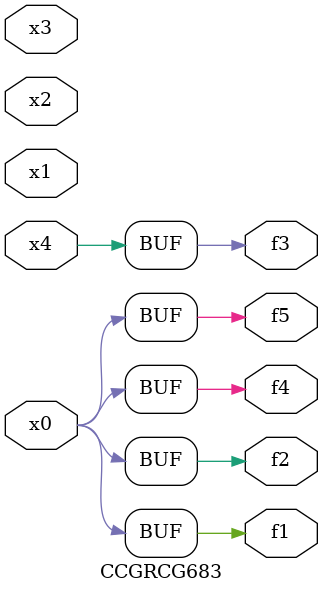
<source format=v>
module CCGRCG683(
	input x0, x1, x2, x3, x4,
	output f1, f2, f3, f4, f5
);
	assign f1 = x0;
	assign f2 = x0;
	assign f3 = x4;
	assign f4 = x0;
	assign f5 = x0;
endmodule

</source>
